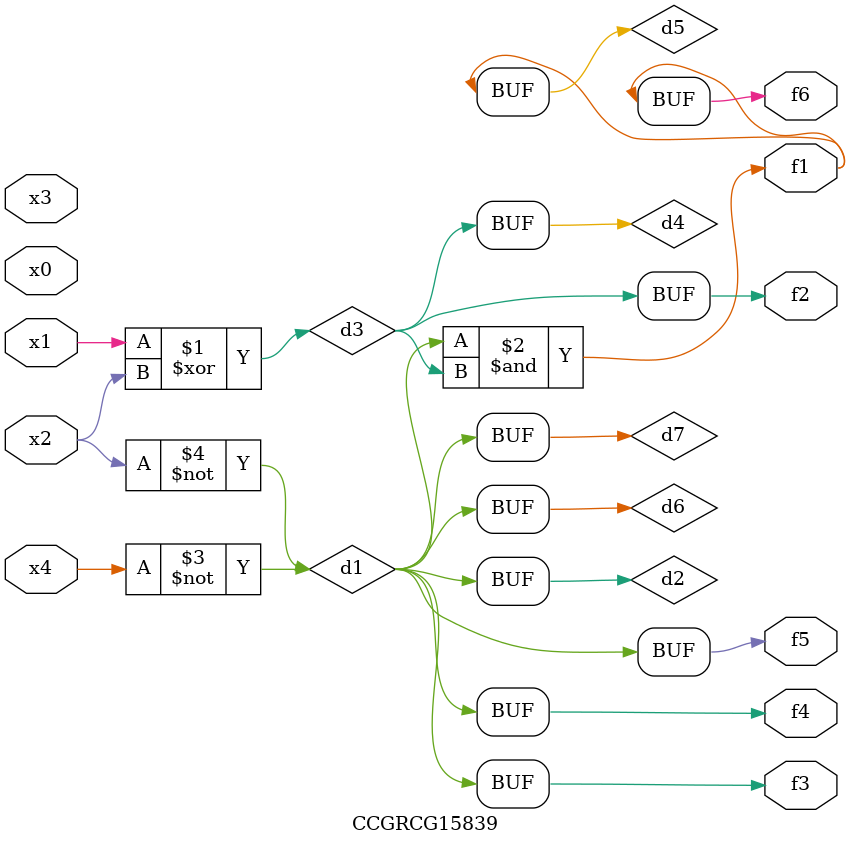
<source format=v>
module CCGRCG15839(
	input x0, x1, x2, x3, x4,
	output f1, f2, f3, f4, f5, f6
);

	wire d1, d2, d3, d4, d5, d6, d7;

	not (d1, x4);
	not (d2, x2);
	xor (d3, x1, x2);
	buf (d4, d3);
	and (d5, d1, d3);
	buf (d6, d1, d2);
	buf (d7, d2);
	assign f1 = d5;
	assign f2 = d4;
	assign f3 = d7;
	assign f4 = d7;
	assign f5 = d7;
	assign f6 = d5;
endmodule

</source>
